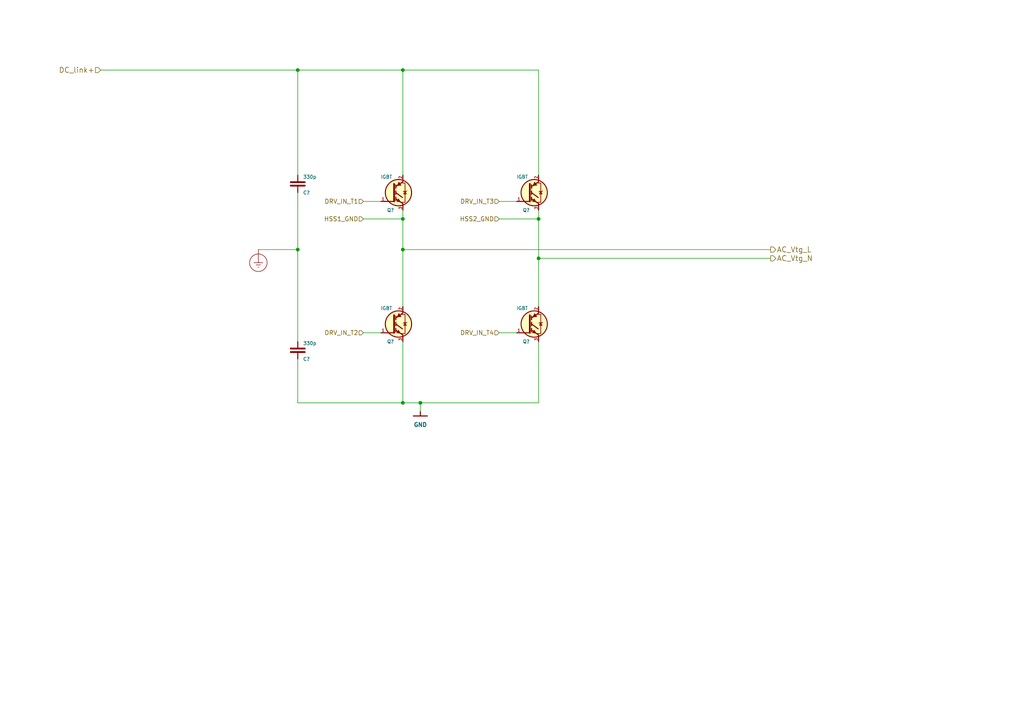
<source format=kicad_sch>
(kicad_sch (version 20230121) (generator eeschema)
  (paper "A4")
  (title_block (rev "0.1") (company "Open Source Solar Inverter Project"))
  (lib_symbols
    (symbol "OSSI_standard_components:Capacitor" (pin_numbers hide) (pin_names (offset 1.016) hide)
      (property "Reference" "C" (at 1.524 -2.54 0))
      (property "Value" "Capacitor" (at 1.524 2.032 0))
      (symbol "Capacitor_0_0"
        (polyline (pts (xy -2.032 -0.508) (xy 2.032 -0.508)) (stroke (width 0.508)))
        (polyline (pts (xy -2.032 0.508) (xy 2.032 0.508)) (stroke (width 0.508)))
        (polyline (pts (xy 0 -2.54) (xy 0 -0.635)) (stroke (width 0.3048)))
        (polyline (pts (xy 0 0.635) (xy 0 2.54)) (stroke (width 0.3048)))
        (pin passive line (at 0 -2.54 90) (length 0) (name "1") (number "1"))
        (pin passive line (at 0 2.54 270) (length 0) (name "2") (number "2"))
      )
    )
    (symbol "OSSI_standard_components:Earth_Protective" (power) (pin_names (offset 0))
      (symbol "Earth_Protective_0_1"
        (circle (center 0 -3.81) (radius 2.54))
        (polyline (pts (xy -0.635 -4.445) (xy 0.635 -4.445)))
        (polyline (pts (xy -0.127 -5.08) (xy 0.127 -5.08)))
        (polyline (pts (xy 0 -3.81) (xy 0 0)))
        (polyline (pts (xy 1.27 -3.81) (xy -1.27 -3.81)))
      )
      (symbol "Earth_Protective_1_1"
        (pin power_in line (at 0 0 270) (length 0) hide (name "Earth_Protective") (number "1"))
      )
    )
    (symbol "OSSI_standard_components:GND" (power) (pin_names (offset 0))
      (property "Value" "GND" (at 0 -2.54 0))
      (symbol "GND_0_0"
        (polyline (pts (xy -2.032 -1.27) (xy 2.032 -1.27)) (stroke (width 0.3048)))
        (polyline (pts (xy 0 -1.27) (xy 0 0)) (stroke (width 0.3048)))
        (pin power_in line (at 0 0 270) (length 0) hide (name "GND") (number "1"))
      )
    )
    (symbol "OSSI_standard_components:IGBT" (pin_names (offset 1.016) hide)
      (property "Reference" "Q" (at 0 -5.08 0))
      (property "Value" "IGBT" (at -0.508 4.572 0))
      (property "Datasheet" "http://www.st.com/web/en/resource/technical/document/datasheet/DM00092752.pdf" (at 0 -5.08 0))
      (symbol "IGBT_0_0"
        (polyline (pts (xy 0 -2.54) (xy -3.81 -2.54)) (stroke (width 0.3048)))
        (polyline (pts (xy 0 2.54) (xy 0 -2.54)) (stroke (width 0.508)))
        (polyline (pts (xy 0.508 -1.27) (xy 0.508 -2.286)) (stroke (width 0.3048)))
        (polyline (pts (xy 0.508 0.508) (xy 0.508 -0.508)) (stroke (width 0.3048)))
        (polyline (pts (xy 0.508 2.286) (xy 0.508 1.27)) (stroke (width 0.3048)))
        (polyline (pts (xy 2.413 -1.397) (xy 0.508 0)) (stroke (width 0.3048)))
        (polyline (pts (xy 0.508 -1.778) (xy 2.54 -3.175) (xy 2.54 -5.08)) (stroke (width 0.3048)))
        (polyline (pts (xy 0.508 1.778) (xy 2.54 3.175) (xy 2.54 5.08)) (stroke (width 0.3048)))
        (polyline (pts (xy 2.032 -2.794) (xy 3.175 -2.794) (xy 3.175 2.794) (xy 2.032 2.794)) (stroke (width 0.2032)))
        (polyline (pts (xy 3.175 0.381) (xy 2.794 -0.381) (xy 3.556 -0.381) (xy 3.175 0.381)) (stroke (width 0.2032)))
        (polyline (pts (xy 3.683 0.508) (xy 3.556 0.381) (xy 2.794 0.381) (xy 2.667 0.254)) (stroke (width 0.2032)))
        (circle (center 1.27 0) (radius 3.81) (stroke (width 0.3048)) (fill (type background)))
        (pin input line (at -3.81 -2.54 0) (length 1.27) (name "G") (number "1"))
      )
      (symbol "IGBT_0_1"
        (polyline (pts (xy 1.397 3.048) (xy 0.889 2.032) (xy 2.032 2.159) (xy 1.397 3.048)) (fill (type outline)))
        (polyline (pts (xy 1.778 -2.667) (xy 0.762 -2.54) (xy 1.27 -1.778) (xy 1.778 -2.667)) (fill (type outline)))
      )
      (symbol "IGBT_1_0"
        (pin passive line (at 2.54 5.08 270) (length 1.27) (name "C") (number "2"))
        (pin passive line (at 2.54 -5.08 90) (length 1.27) (name "E") (number "3"))
      )
    )
  )
  (junction (at 86.36 72.39))
  (junction (at 116.84 116.84))
  (junction (at 116.84 20.32))
  (junction (at 121.92 116.84))
  (junction (at 116.84 72.39))
  (junction (at 116.84 63.5))
  (junction (at 156.21 63.5))
  (junction (at 156.21 74.93))
  (junction (at 86.36 20.32))
  (wire (pts (xy 156.21 63.5) (xy 144.78 63.5)))
  (wire (pts (xy 105.41 58.42) (xy 110.49 58.42)))
  (wire (pts (xy 116.84 63.5) (xy 105.41 63.5)))
  (wire (pts (xy 86.36 116.84) (xy 116.84 116.84)))
  (wire (pts (xy 116.84 88.9) (xy 116.84 72.39)))
  (wire (pts (xy 74.93 72.39) (xy 86.36 72.39)))
  (wire (pts (xy 116.84 72.39) (xy 116.84 63.5)))
  (wire (pts (xy 116.84 72.39) (xy 223.52 72.39)))
  (wire (pts (xy 144.78 58.42) (xy 149.86 58.42)))
  (wire (pts (xy 156.21 74.93) (xy 156.21 88.9)))
  (wire (pts (xy 116.84 63.5) (xy 116.84 60.96)))
  (wire (pts (xy 156.21 116.84) (xy 121.92 116.84)))
  (wire (pts (xy 105.41 96.52) (xy 110.49 96.52)))
  (wire (pts (xy 156.21 63.5) (xy 156.21 74.93)))
  (wire (pts (xy 116.84 50.8) (xy 116.84 20.32)))
  (wire (pts (xy 156.21 74.93) (xy 223.52 74.93)))
  (wire (pts (xy 86.36 20.32) (xy 116.84 20.32)))
  (wire (pts (xy 121.92 116.84) (xy 121.92 119.38)))
  (wire (pts (xy 86.36 20.32) (xy 86.36 50.8)))
  (wire (pts (xy 156.21 20.32) (xy 156.21 50.8)))
  (wire (pts (xy 86.36 116.84) (xy 86.36 104.14)))
  (wire (pts (xy 156.21 99.06) (xy 156.21 116.84)))
  (wire (pts (xy 121.92 116.84) (xy 116.84 116.84)))
  (wire (pts (xy 86.36 55.88) (xy 86.36 72.39)))
  (wire (pts (xy 156.21 60.96) (xy 156.21 63.5)))
  (wire (pts (xy 116.84 20.32) (xy 156.21 20.32)))
  (wire (pts (xy 29.21 20.32) (xy 86.36 20.32)))
  (wire (pts (xy 116.84 116.84) (xy 116.84 99.06)))
  (wire (pts (xy 86.36 72.39) (xy 86.36 99.06)))
  (wire (pts (xy 144.78 96.52) (xy 149.86 96.52)))
  (hierarchical_label "DRV_IN_T1" (shape input) (at 105.41 58.42 180))
  (hierarchical_label "AC_Vtg_L" (shape output) (at 223.52 72.39 0) (effects (font (size 1.524 1.524))))
  (hierarchical_label "AC_Vtg_N" (shape output) (at 223.52 74.93 0) (effects (font (size 1.524 1.524))))
  (hierarchical_label "DRV_IN_T2" (shape input) (at 105.41 96.52 180))
  (hierarchical_label "DC_link+" (shape input) (at 29.21 20.32 180) (effects (font (size 1.524 1.524))))
  (hierarchical_label "DRV_IN_T4" (shape input) (at 144.78 96.52 180))
  (hierarchical_label "DRV_IN_T3" (shape input) (at 144.78 58.42 180))
  (hierarchical_label "HSS1_GND" (shape input) (at 105.41 63.5 180))
  (hierarchical_label "HSS2_GND" (shape input) (at 144.78 63.5 180))
  (symbol (lib_id "OSSI_standard_components:IGBT") (at 114.3 93.98 0) (unit 1)
    (property "Reference" "Q?" (at 114.3 99.06 0) (effects (font (size 0.9906 0.9906)) (justify right)))
    (property "Value" "IGBT" (at 113.792 89.408 0) (effects (font (size 0.9906 0.9906)) (justify right)))
    (property "Manufacturer" "M" (effects hide))
    (property "Partnumber" "P" (effects hide))
    (property "Supplier" "S" (effects hide))
    (property "Order No." "O.No." (effects hide))
  )
  (symbol (lib_id "OSSI_standard_components:IGBT") (at 153.67 93.98 0) (unit 1)
    (property "Reference" "Q?" (at 153.67 99.06 0) (effects (font (size 0.9906 0.9906)) (justify right)))
    (property "Value" "IGBT" (at 153.162 89.408 0) (effects (font (size 0.9906 0.9906)) (justify right)))
    (property "Manufacturer" "M" (effects hide))
    (property "Partnumber" "P" (effects hide))
    (property "Supplier" "S" (effects hide))
    (property "Order No." "O.No." (effects hide))
  )
  (symbol (lib_id "OSSI_standard_components:IGBT") (at 114.3 55.88 0) (unit 1)
    (property "Reference" "Q?" (at 114.3 60.96 0) (effects (font (size 0.9906 0.9906)) (justify right)))
    (property "Value" "IGBT" (at 113.792 51.308 0) (effects (font (size 0.9906 0.9906)) (justify right)))
    (property "Manufacturer" "M" (effects hide))
    (property "Partnumber" "P" (effects hide))
    (property "Supplier" "S" (effects hide))
    (property "Order No." "O.No." (effects hide))
  )
  (symbol (lib_id "OSSI_standard_components:Earth_Protective") (at 74.93 72.39 0) (unit 1)
    (property "Reference" "#PWR?" (effects hide))
    (property "Value" "Earth_Protective" (effects hide))
  )
  (symbol (lib_id "OSSI_standard_components:GND") (at 121.92 119.38 0) (unit 1)
    (property "Reference" "#PWR?" (effects hide))
    (property "Value" "GND" (at 121.92 123.19 0) (effects (font (size 1.1938 1.1938) bold)))
  )
  (symbol (lib_id "OSSI_standard_components:Capacitor") (at 86.36 101.6 0) (unit 1)
    (property "Reference" "C?" (at 87.884 104.14 0) (effects (font (size 0.9906 0.9906)) (justify left)))
    (property "Value" "330p" (at 87.884 99.568 0) (effects (font (size 0.9906 0.9906)) (justify left)))
    (property "Tolerance" "%" (effects hide))
    (property "Manufacturer" "M" (effects hide))
    (property "Partnumber" "P" (effects hide))
    (property "Supplier" "S" (effects hide))
    (property "Order No." "O.No." (effects hide))
  )
  (symbol (lib_id "OSSI_standard_components:IGBT") (at 153.67 55.88 0) (unit 1)
    (property "Reference" "Q?" (at 153.67 60.96 0) (effects (font (size 0.9906 0.9906)) (justify right)))
    (property "Value" "IGBT" (at 153.162 51.308 0) (effects (font (size 0.9906 0.9906)) (justify right)))
    (property "Manufacturer" "M" (effects hide))
    (property "Partnumber" "P" (effects hide))
    (property "Supplier" "S" (effects hide))
    (property "Order No." "O.No." (effects hide))
  )
  (symbol (lib_id "OSSI_standard_components:Capacitor") (at 86.36 53.34 0) (unit 1)
    (property "Reference" "C?" (at 87.884 55.88 0) (effects (font (size 0.9906 0.9906)) (justify left)))
    (property "Value" "330p" (at 87.884 51.308 0) (effects (font (size 0.9906 0.9906)) (justify left)))
    (property "Tolerance" "%" (effects hide))
    (property "Manufacturer" "M" (effects hide))
    (property "Partnumber" "P" (effects hide))
    (property "Supplier" "S" (effects hide))
    (property "Order No." "O.No." (effects hide))
  )
)
</source>
